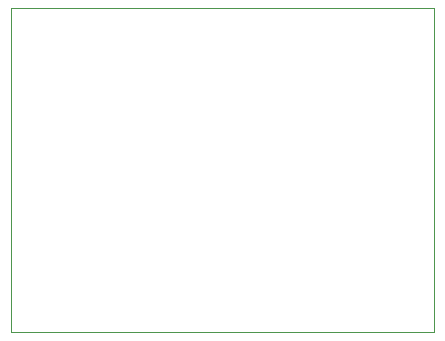
<source format=gbr>
%TF.GenerationSoftware,KiCad,Pcbnew,(5.99.0-8817-g721bf82603)*%
%TF.CreationDate,2021-02-09T01:09:19-06:00*%
%TF.ProjectId,VEXRS485ToSerial,56455852-5334-4383-9554-6f5365726961,rev?*%
%TF.SameCoordinates,Original*%
%TF.FileFunction,Profile,NP*%
%FSLAX46Y46*%
G04 Gerber Fmt 4.6, Leading zero omitted, Abs format (unit mm)*
G04 Created by KiCad (PCBNEW (5.99.0-8817-g721bf82603)) date 2021-02-09 01:09:19*
%MOMM*%
%LPD*%
G01*
G04 APERTURE LIST*
%TA.AperFunction,Profile*%
%ADD10C,0.100000*%
%TD*%
G04 APERTURE END LIST*
D10*
X59055000Y-81153000D02*
X94869000Y-81153000D01*
X94869000Y-81153000D02*
X94869000Y-108585000D01*
X94869000Y-108585000D02*
X59055000Y-108585000D01*
X59055000Y-108585000D02*
X59055000Y-81153000D01*
M02*

</source>
